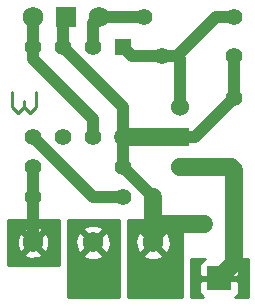
<source format=gbl>
G04 (created by PCBNEW-RS274X (2012-01-19 BZR 3256)-stable) date 2013-11-19 08:27:40*
G01*
G70*
G90*
%MOIN*%
G04 Gerber Fmt 3.4, Leading zero omitted, Abs format*
%FSLAX34Y34*%
G04 APERTURE LIST*
%ADD10C,0.006000*%
%ADD11C,0.068900*%
%ADD12R,0.068900X0.068900*%
%ADD13R,0.080800X0.080800*%
%ADD14C,0.055000*%
%ADD15R,0.055000X0.055000*%
%ADD16C,0.060000*%
%ADD17R,0.060000X0.060000*%
%ADD18C,0.010200*%
%ADD19C,0.059100*%
%ADD20C,0.039400*%
%ADD21C,0.010000*%
G04 APERTURE END LIST*
G54D10*
G54D11*
X28200Y-09000D03*
G54D12*
X27100Y-09000D03*
G54D11*
X26000Y-09000D03*
X28000Y-16500D03*
X26000Y-16500D03*
X30000Y-16500D03*
G54D13*
X32200Y-17700D03*
G54D14*
X32700Y-09000D03*
X29700Y-09000D03*
X26000Y-15000D03*
X29000Y-15000D03*
G54D15*
X29000Y-10000D03*
G54D14*
X28000Y-10000D03*
X27000Y-10000D03*
X26000Y-10000D03*
X26000Y-13000D03*
X27000Y-13000D03*
X28000Y-13000D03*
X29000Y-13000D03*
G54D15*
X32700Y-15900D03*
G54D14*
X31700Y-15900D03*
X26000Y-14000D03*
X29000Y-14000D03*
G54D16*
X30900Y-14000D03*
G54D17*
X30900Y-13000D03*
G54D16*
X30900Y-12000D03*
G54D14*
X30300Y-10300D03*
X32700Y-10300D03*
X32700Y-14100D03*
X32700Y-11700D03*
G54D13*
X30000Y-17700D03*
X28000Y-17700D03*
G54D18*
X25300Y-12000D02*
X25300Y-11500D01*
X25700Y-11800D02*
X25700Y-12000D01*
X25700Y-12000D02*
X25500Y-12200D01*
X25300Y-12000D02*
X25500Y-12200D01*
X25900Y-12200D02*
X25700Y-12000D01*
X26100Y-12000D02*
X25900Y-12200D01*
X26100Y-11500D02*
X26100Y-12000D01*
G54D19*
X32700Y-15900D02*
X32700Y-17200D01*
X32700Y-17200D02*
X32200Y-17700D01*
X32600Y-14000D02*
X32700Y-14100D01*
X32700Y-15900D02*
X32700Y-14100D01*
X30900Y-14000D02*
X32600Y-14000D01*
X30500Y-13000D02*
X29000Y-13000D01*
G54D20*
X27000Y-09100D02*
X27100Y-09000D01*
X31400Y-13000D02*
X32700Y-11700D01*
X27000Y-10000D02*
X27000Y-09100D01*
X32700Y-11700D02*
X32700Y-10300D01*
X29000Y-14000D02*
X30000Y-15000D01*
G54D19*
X31700Y-15900D02*
X30100Y-15900D01*
G54D20*
X29000Y-12000D02*
X29000Y-13000D01*
X27000Y-10000D02*
X29000Y-12000D01*
G54D19*
X30000Y-16000D02*
X30000Y-16500D01*
X30000Y-15000D02*
X30000Y-16000D01*
X30100Y-15900D02*
X30000Y-16000D01*
G54D20*
X30900Y-13000D02*
X31400Y-13000D01*
X29000Y-13000D02*
X29000Y-14000D01*
X28000Y-15000D02*
X26000Y-13000D01*
X28000Y-15000D02*
X28500Y-15000D01*
X29000Y-15000D02*
X28500Y-15000D01*
X26000Y-16500D02*
X26000Y-16000D01*
X26000Y-15000D02*
X26000Y-16500D01*
X26000Y-14000D02*
X26000Y-15000D01*
X26000Y-10000D02*
X26000Y-10400D01*
X26000Y-10000D02*
X26000Y-09000D01*
X26000Y-10400D02*
X28000Y-12400D01*
X28000Y-12400D02*
X28000Y-13000D01*
X30800Y-10300D02*
X32100Y-09000D01*
X30300Y-10300D02*
X29300Y-10300D01*
X32100Y-09000D02*
X32700Y-09000D01*
X30300Y-10300D02*
X30800Y-10300D01*
X30900Y-10400D02*
X30800Y-10300D01*
X30900Y-12000D02*
X30900Y-10400D01*
X29300Y-10300D02*
X29000Y-10000D01*
X28200Y-09000D02*
X29700Y-09000D01*
X28000Y-10000D02*
X28000Y-09200D01*
X28000Y-09200D02*
X28200Y-09000D01*
G54D10*
G36*
X26850Y-17250D02*
X26543Y-17250D01*
X26543Y-16579D01*
X26532Y-16366D01*
X26472Y-16219D01*
X26378Y-16192D01*
X26308Y-16262D01*
X26308Y-16122D01*
X26281Y-16028D01*
X26079Y-15957D01*
X25866Y-15968D01*
X25719Y-16028D01*
X25692Y-16122D01*
X26000Y-16429D01*
X26308Y-16122D01*
X26308Y-16262D01*
X26071Y-16500D01*
X26378Y-16808D01*
X26472Y-16781D01*
X26543Y-16579D01*
X26543Y-17250D01*
X26308Y-17250D01*
X26308Y-16878D01*
X26000Y-16571D01*
X25929Y-16641D01*
X25929Y-16500D01*
X25622Y-16192D01*
X25528Y-16219D01*
X25457Y-16421D01*
X25468Y-16634D01*
X25528Y-16781D01*
X25622Y-16808D01*
X25929Y-16500D01*
X25929Y-16641D01*
X25692Y-16878D01*
X25719Y-16972D01*
X25921Y-17043D01*
X26134Y-17032D01*
X26281Y-16972D01*
X26308Y-16878D01*
X26308Y-17250D01*
X25150Y-17250D01*
X25150Y-15750D01*
X26850Y-15750D01*
X26850Y-17250D01*
X26850Y-17250D01*
G37*
G54D21*
X26850Y-17250D02*
X26543Y-17250D01*
X26543Y-16579D01*
X26532Y-16366D01*
X26472Y-16219D01*
X26378Y-16192D01*
X26308Y-16262D01*
X26308Y-16122D01*
X26281Y-16028D01*
X26079Y-15957D01*
X25866Y-15968D01*
X25719Y-16028D01*
X25692Y-16122D01*
X26000Y-16429D01*
X26308Y-16122D01*
X26308Y-16262D01*
X26071Y-16500D01*
X26378Y-16808D01*
X26472Y-16781D01*
X26543Y-16579D01*
X26543Y-17250D01*
X26308Y-17250D01*
X26308Y-16878D01*
X26000Y-16571D01*
X25929Y-16641D01*
X25929Y-16500D01*
X25622Y-16192D01*
X25528Y-16219D01*
X25457Y-16421D01*
X25468Y-16634D01*
X25528Y-16781D01*
X25622Y-16808D01*
X25929Y-16500D01*
X25929Y-16641D01*
X25692Y-16878D01*
X25719Y-16972D01*
X25921Y-17043D01*
X26134Y-17032D01*
X26281Y-16972D01*
X26308Y-16878D01*
X26308Y-17250D01*
X25150Y-17250D01*
X25150Y-15750D01*
X26850Y-15750D01*
X26850Y-17250D01*
G54D10*
G36*
X28850Y-18325D02*
X28587Y-18325D01*
X28587Y-16589D01*
X28576Y-16358D01*
X28508Y-16193D01*
X28409Y-16161D01*
X28339Y-16231D01*
X28339Y-16091D01*
X28307Y-15992D01*
X28089Y-15913D01*
X27858Y-15924D01*
X27693Y-15992D01*
X27661Y-16091D01*
X28000Y-16429D01*
X28339Y-16091D01*
X28339Y-16231D01*
X28071Y-16500D01*
X28409Y-16839D01*
X28508Y-16807D01*
X28587Y-16589D01*
X28587Y-18325D01*
X28339Y-18325D01*
X28339Y-16909D01*
X28000Y-16571D01*
X27929Y-16641D01*
X27929Y-16500D01*
X27591Y-16161D01*
X27492Y-16193D01*
X27413Y-16411D01*
X27424Y-16642D01*
X27492Y-16807D01*
X27591Y-16839D01*
X27929Y-16500D01*
X27929Y-16641D01*
X27661Y-16909D01*
X27693Y-17008D01*
X27911Y-17087D01*
X28142Y-17076D01*
X28307Y-17008D01*
X28339Y-16909D01*
X28339Y-18325D01*
X27150Y-18325D01*
X27150Y-15750D01*
X28850Y-15750D01*
X28850Y-18325D01*
X28850Y-18325D01*
G37*
G54D21*
X28850Y-18325D02*
X28587Y-18325D01*
X28587Y-16589D01*
X28576Y-16358D01*
X28508Y-16193D01*
X28409Y-16161D01*
X28339Y-16231D01*
X28339Y-16091D01*
X28307Y-15992D01*
X28089Y-15913D01*
X27858Y-15924D01*
X27693Y-15992D01*
X27661Y-16091D01*
X28000Y-16429D01*
X28339Y-16091D01*
X28339Y-16231D01*
X28071Y-16500D01*
X28409Y-16839D01*
X28508Y-16807D01*
X28587Y-16589D01*
X28587Y-18325D01*
X28339Y-18325D01*
X28339Y-16909D01*
X28000Y-16571D01*
X27929Y-16641D01*
X27929Y-16500D01*
X27591Y-16161D01*
X27492Y-16193D01*
X27413Y-16411D01*
X27424Y-16642D01*
X27492Y-16807D01*
X27591Y-16839D01*
X27929Y-16500D01*
X27929Y-16641D01*
X27661Y-16909D01*
X27693Y-17008D01*
X27911Y-17087D01*
X28142Y-17076D01*
X28307Y-17008D01*
X28339Y-16909D01*
X28339Y-18325D01*
X27150Y-18325D01*
X27150Y-15750D01*
X28850Y-15750D01*
X28850Y-18325D01*
G54D10*
G36*
X33150Y-18325D02*
X32720Y-18325D01*
X32745Y-18315D01*
X32815Y-18245D01*
X32853Y-18154D01*
X32853Y-18055D01*
X32854Y-17812D01*
X32792Y-17750D01*
X32300Y-17750D01*
X32250Y-17750D01*
X32150Y-17750D01*
X32100Y-17750D01*
X31608Y-17750D01*
X31546Y-17812D01*
X31547Y-18055D01*
X31547Y-18154D01*
X31585Y-18245D01*
X31655Y-18315D01*
X31679Y-18325D01*
X31250Y-18325D01*
X31250Y-17050D01*
X31739Y-17050D01*
X31655Y-17085D01*
X31585Y-17155D01*
X31547Y-17246D01*
X31547Y-17345D01*
X31546Y-17588D01*
X31608Y-17650D01*
X32100Y-17650D01*
X32150Y-17650D01*
X32250Y-17650D01*
X32300Y-17650D01*
X32792Y-17650D01*
X32854Y-17588D01*
X32853Y-17345D01*
X32853Y-17246D01*
X32815Y-17155D01*
X32745Y-17085D01*
X32660Y-17050D01*
X33150Y-17050D01*
X33150Y-18325D01*
X33150Y-18325D01*
G37*
G54D21*
X33150Y-18325D02*
X32720Y-18325D01*
X32745Y-18315D01*
X32815Y-18245D01*
X32853Y-18154D01*
X32853Y-18055D01*
X32854Y-17812D01*
X32792Y-17750D01*
X32300Y-17750D01*
X32250Y-17750D01*
X32150Y-17750D01*
X32100Y-17750D01*
X31608Y-17750D01*
X31546Y-17812D01*
X31547Y-18055D01*
X31547Y-18154D01*
X31585Y-18245D01*
X31655Y-18315D01*
X31679Y-18325D01*
X31250Y-18325D01*
X31250Y-17050D01*
X31739Y-17050D01*
X31655Y-17085D01*
X31585Y-17155D01*
X31547Y-17246D01*
X31547Y-17345D01*
X31546Y-17588D01*
X31608Y-17650D01*
X32100Y-17650D01*
X32150Y-17650D01*
X32250Y-17650D01*
X32300Y-17650D01*
X32792Y-17650D01*
X32854Y-17588D01*
X32853Y-17345D01*
X32853Y-17246D01*
X32815Y-17155D01*
X32745Y-17085D01*
X32660Y-17050D01*
X33150Y-17050D01*
X33150Y-18325D01*
G54D10*
G36*
X30950Y-18325D02*
X30587Y-18325D01*
X30587Y-16589D01*
X30576Y-16358D01*
X30508Y-16193D01*
X30409Y-16161D01*
X30339Y-16231D01*
X30339Y-16091D01*
X30307Y-15992D01*
X30089Y-15913D01*
X29858Y-15924D01*
X29693Y-15992D01*
X29661Y-16091D01*
X30000Y-16429D01*
X30339Y-16091D01*
X30339Y-16231D01*
X30071Y-16500D01*
X30409Y-16839D01*
X30508Y-16807D01*
X30587Y-16589D01*
X30587Y-18325D01*
X30339Y-18325D01*
X30339Y-16909D01*
X30000Y-16571D01*
X29929Y-16641D01*
X29929Y-16500D01*
X29591Y-16161D01*
X29492Y-16193D01*
X29413Y-16411D01*
X29424Y-16642D01*
X29492Y-16807D01*
X29591Y-16839D01*
X29929Y-16500D01*
X29929Y-16641D01*
X29661Y-16909D01*
X29693Y-17008D01*
X29911Y-17087D01*
X30142Y-17076D01*
X30307Y-17008D01*
X30339Y-16909D01*
X30339Y-18325D01*
X29150Y-18325D01*
X29150Y-15750D01*
X30950Y-15750D01*
X30950Y-18325D01*
X30950Y-18325D01*
G37*
G54D21*
X30950Y-18325D02*
X30587Y-18325D01*
X30587Y-16589D01*
X30576Y-16358D01*
X30508Y-16193D01*
X30409Y-16161D01*
X30339Y-16231D01*
X30339Y-16091D01*
X30307Y-15992D01*
X30089Y-15913D01*
X29858Y-15924D01*
X29693Y-15992D01*
X29661Y-16091D01*
X30000Y-16429D01*
X30339Y-16091D01*
X30339Y-16231D01*
X30071Y-16500D01*
X30409Y-16839D01*
X30508Y-16807D01*
X30587Y-16589D01*
X30587Y-18325D01*
X30339Y-18325D01*
X30339Y-16909D01*
X30000Y-16571D01*
X29929Y-16641D01*
X29929Y-16500D01*
X29591Y-16161D01*
X29492Y-16193D01*
X29413Y-16411D01*
X29424Y-16642D01*
X29492Y-16807D01*
X29591Y-16839D01*
X29929Y-16500D01*
X29929Y-16641D01*
X29661Y-16909D01*
X29693Y-17008D01*
X29911Y-17087D01*
X30142Y-17076D01*
X30307Y-17008D01*
X30339Y-16909D01*
X30339Y-18325D01*
X29150Y-18325D01*
X29150Y-15750D01*
X30950Y-15750D01*
X30950Y-18325D01*
M02*

</source>
